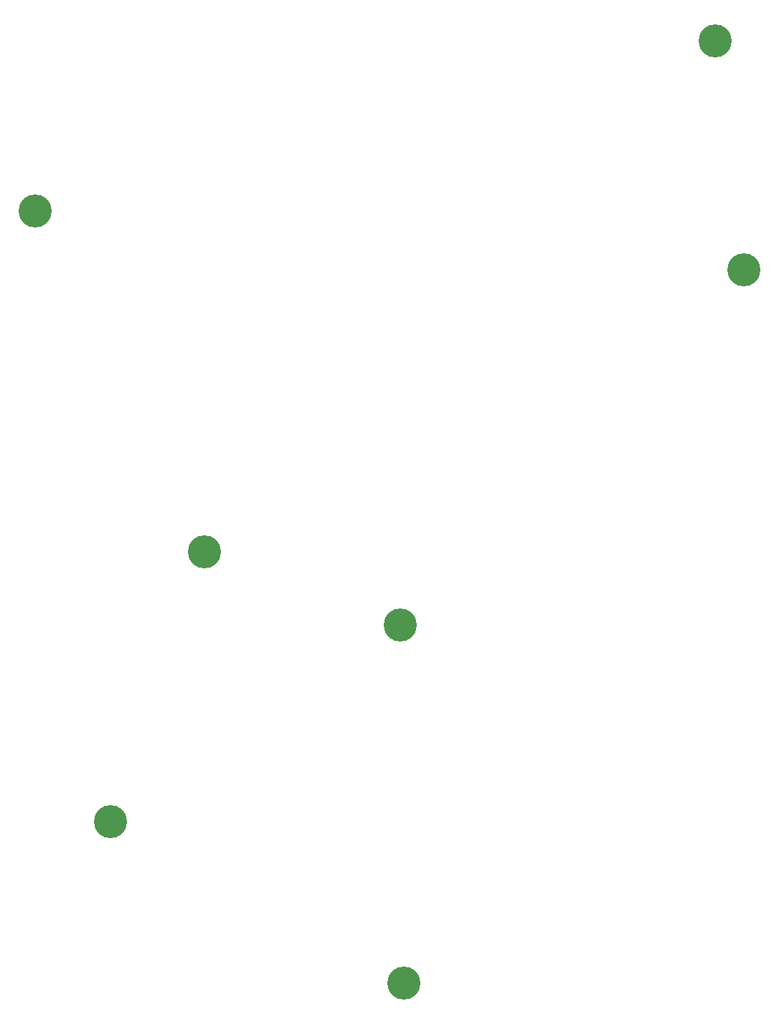
<source format=gbr>
%TF.GenerationSoftware,KiCad,Pcbnew,(6.0.7-1)-1*%
%TF.CreationDate,2022-09-15T11:20:55-04:00*%
%TF.ProjectId,skyline_pcb_exp_bottom_plate,736b796c-696e-4655-9f70-63625f657870,v1.0.0*%
%TF.SameCoordinates,Original*%
%TF.FileFunction,Soldermask,Bot*%
%TF.FilePolarity,Negative*%
%FSLAX46Y46*%
G04 Gerber Fmt 4.6, Leading zero omitted, Abs format (unit mm)*
G04 Created by KiCad (PCBNEW (6.0.7-1)-1) date 2022-09-15 11:20:55*
%MOMM*%
%LPD*%
G01*
G04 APERTURE LIST*
%ADD10C,3.900000*%
%ADD11C,2.700000*%
G04 APERTURE END LIST*
D10*
%TO.C,REF\u002A\u002A*%
X124015222Y-232757363D03*
D11*
X124015222Y-232757363D03*
%TD*%
D10*
%TO.C,REF\u002A\u002A*%
X158663673Y-251794974D03*
D11*
X158663673Y-251794974D03*
%TD*%
%TO.C,REF\u002A\u002A*%
X115129124Y-160655677D03*
D10*
X115129124Y-160655677D03*
%TD*%
D11*
%TO.C,REF\u002A\u002A*%
X198819124Y-167615677D03*
D10*
X198819124Y-167615677D03*
%TD*%
D11*
%TO.C,REF\u002A\u002A*%
X158219124Y-209515677D03*
D10*
X158219124Y-209515677D03*
%TD*%
D11*
%TO.C,REF\u002A\u002A*%
X195393840Y-140631989D03*
D10*
X195393840Y-140631989D03*
%TD*%
D11*
%TO.C,REF\u002A\u002A*%
X135119124Y-200915677D03*
D10*
X135119124Y-200915677D03*
%TD*%
M02*

</source>
